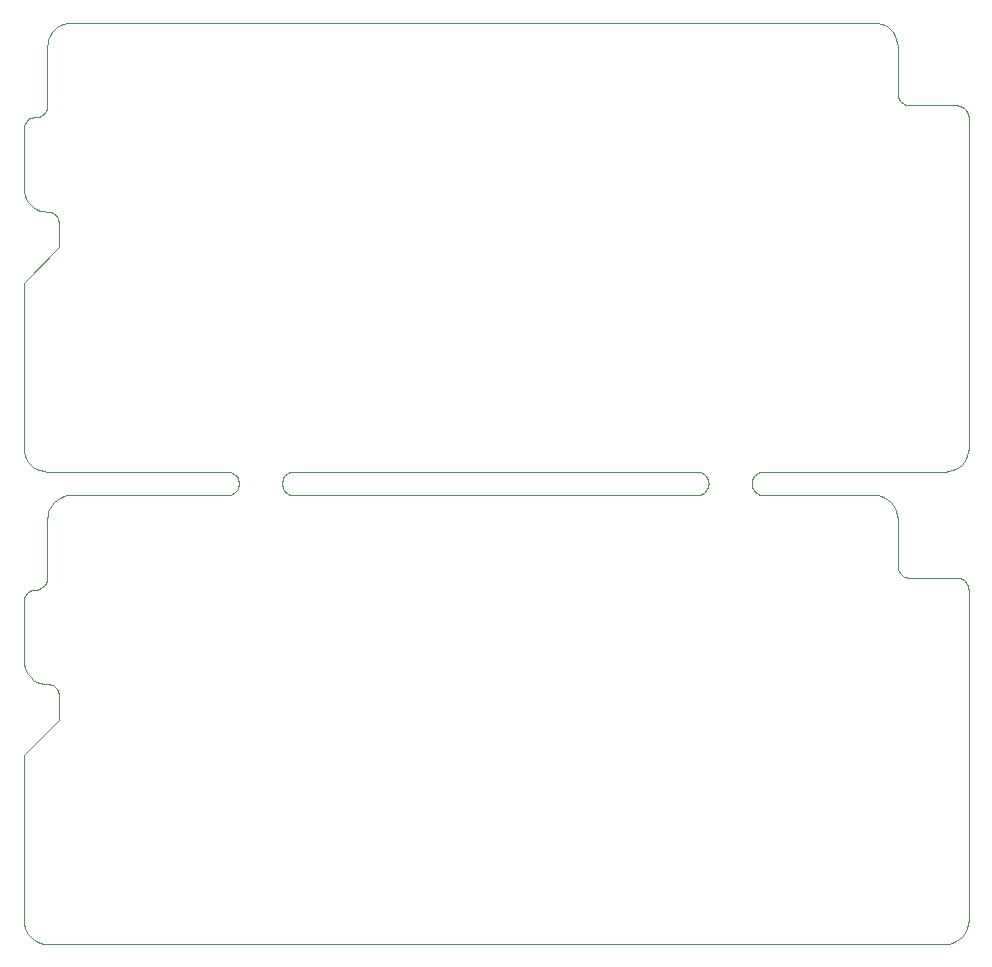
<source format=gko>
%MOIN*%
%OFA0B0*%
%FSLAX44Y44*%
%IPPOS*%
%LPD*%
%ADD10C,0*%
D10*
X00009007Y00014960D02*
X00009007Y00014960D01*
X00008946Y00014965D01*
X00008886Y00014979D01*
X00008829Y00015003D01*
X00008776Y00015035D01*
X00008729Y00015075D01*
X00008689Y00015122D01*
X00008657Y00015175D01*
X00008633Y00015232D01*
X00008618Y00015292D01*
X00008613Y00015353D01*
X00008618Y00015415D01*
X00008633Y00015475D01*
X00008656Y00015532D01*
X00008688Y00015585D01*
X00008728Y00015632D01*
X00008775Y00015672D01*
X00008828Y00015704D01*
X00008885Y00015728D01*
X00008944Y00015743D01*
X00009006Y00015748D01*
X00009007Y00015748D01*
X00009007Y00015748D01*
X00009007Y00015748D01*
X00009007Y00015748D01*
X00009007Y00015748D01*
X00009007Y00015748D01*
X00009007Y00015748D01*
X00009007Y00015748D01*
X00009007Y00015748D01*
X00009008Y00015748D01*
X00009008Y00015748D01*
X00009008Y00015748D01*
X00009008Y00015748D01*
X00009008Y00015748D01*
X00009008Y00015748D01*
X00009008Y00015748D01*
X00009008Y00015748D01*
X00009008Y00015748D01*
X00009008Y00015748D01*
X00009008Y00015748D01*
X00009008Y00015748D01*
X00022439Y00015748D01*
X00022439Y00015748D01*
X00022439Y00015748D01*
X00022439Y00015748D01*
X00022439Y00015748D01*
X00022440Y00015748D01*
X00022440Y00015748D01*
X00022440Y00015748D01*
X00022440Y00015748D01*
X00022440Y00015748D01*
X00022440Y00015748D01*
X00022440Y00015748D01*
X00022440Y00015748D01*
X00022440Y00015748D01*
X00022440Y00015748D01*
X00022440Y00015748D01*
X00022440Y00015748D01*
X00022440Y00015748D01*
X00022440Y00015748D01*
X00022440Y00015748D01*
X00022440Y00015748D01*
X00022441Y00015748D01*
X00022503Y00015743D01*
X00022563Y00015728D01*
X00022620Y00015704D01*
X00022672Y00015672D01*
X00022719Y00015632D01*
X00022759Y00015585D01*
X00022791Y00015532D01*
X00022815Y00015475D01*
X00022829Y00015415D01*
X00022834Y00015353D01*
X00022829Y00015292D01*
X00022814Y00015232D01*
X00022791Y00015175D01*
X00022759Y00015122D01*
X00022718Y00015075D01*
X00022671Y00015035D01*
X00022619Y00015003D01*
X00022562Y00014979D01*
X00022502Y00014965D01*
X00022440Y00014960D01*
X00009007Y00014960D01*
X00006780Y00015748D02*
X00006780Y00015748D01*
X00006780Y00015748D01*
X00006780Y00015748D01*
X00006780Y00015748D01*
X00006780Y00015748D01*
X00006780Y00015748D01*
X00006780Y00015748D01*
X00006780Y00015748D01*
X00006781Y00015748D01*
X00006781Y00015748D01*
X00006781Y00015748D01*
X00006781Y00015748D01*
X00006781Y00015748D01*
X00006781Y00015748D01*
X00006781Y00015748D01*
X00006781Y00015748D01*
X00006781Y00015748D01*
X00006781Y00015748D01*
X00006781Y00015748D01*
X00006781Y00015748D01*
X00006781Y00015748D01*
X00006782Y00015748D01*
X00006844Y00015743D01*
X00006904Y00015728D01*
X00006961Y00015704D01*
X00007013Y00015672D01*
X00007060Y00015632D01*
X00007100Y00015585D01*
X00007132Y00015532D01*
X00007156Y00015475D01*
X00007170Y00015415D01*
X00007175Y00015353D01*
X00007170Y00015292D01*
X00007155Y00015232D01*
X00007132Y00015175D01*
X00007099Y00015122D01*
X00007059Y00015075D01*
X00007012Y00015035D01*
X00006960Y00015003D01*
X00006903Y00014979D01*
X00006843Y00014965D01*
X00006781Y00014960D01*
X00001574Y00014960D01*
X00001451Y00014950D01*
X00001331Y00014922D01*
X00001217Y00014874D01*
X00001111Y00014810D01*
X00001018Y00014730D01*
X00000937Y00014636D01*
X00000873Y00014530D01*
X00000825Y00014416D01*
X00000797Y00014296D01*
X00000787Y00014173D01*
X00000787Y00012204D01*
X00000782Y00012143D01*
X00000768Y00012083D01*
X00000744Y00012025D01*
X00000712Y00011973D01*
X00000672Y00011926D01*
X00000625Y00011886D01*
X00000572Y00011853D01*
X00000515Y00011830D01*
X00000455Y00011815D01*
X00000393Y00011811D01*
X00000332Y00011806D01*
X00000272Y00011791D01*
X00000214Y00011768D01*
X00000162Y00011735D01*
X00000115Y00011695D01*
X00000075Y00011648D01*
X00000042Y00011596D01*
X00000019Y00011538D01*
X00000004Y00011478D01*
X00000000Y00011417D01*
X00000000Y00009448D01*
X00000009Y00009325D01*
X00000038Y00009205D01*
X00000085Y00009091D01*
X00000150Y00008985D01*
X00000230Y00008892D01*
X00000324Y00008811D01*
X00000429Y00008747D01*
X00000544Y00008699D01*
X00000664Y00008671D01*
X00000787Y00008661D01*
X00000848Y00008656D01*
X00000909Y00008642D01*
X00000966Y00008618D01*
X00001018Y00008586D01*
X00001065Y00008546D01*
X00001105Y00008499D01*
X00001138Y00008446D01*
X00001161Y00008389D01*
X00001176Y00008329D01*
X00001181Y00008267D01*
X00001181Y00007480D01*
X00000000Y00006299D01*
X00000000Y00000787D01*
X00000009Y00000664D01*
X00000038Y00000544D01*
X00000085Y00000429D01*
X00000150Y00000324D01*
X00000230Y00000230D01*
X00000324Y00000150D01*
X00000429Y00000085D01*
X00000544Y00000038D01*
X00000664Y00000009D01*
X00000787Y00000000D01*
X00030708Y00000000D01*
X00030831Y00000009D01*
X00030951Y00000038D01*
X00031066Y00000085D01*
X00031171Y00000150D01*
X00031265Y00000230D01*
X00031345Y00000324D01*
X00031410Y00000429D01*
X00031457Y00000544D01*
X00031486Y00000664D01*
X00031496Y00000787D01*
X00031496Y00011811D01*
X00031491Y00011872D01*
X00031476Y00011932D01*
X00031453Y00011989D01*
X00031420Y00012042D01*
X00031380Y00012089D01*
X00031333Y00012129D01*
X00031281Y00012161D01*
X00031224Y00012185D01*
X00031163Y00012199D01*
X00031102Y00012204D01*
X00029527Y00012204D01*
X00029465Y00012209D01*
X00029405Y00012223D01*
X00029348Y00012247D01*
X00029296Y00012279D01*
X00029249Y00012320D01*
X00029209Y00012367D01*
X00029176Y00012419D01*
X00029153Y00012476D01*
X00029138Y00012536D01*
X00029133Y00012598D01*
X00029133Y00014173D01*
X00029124Y00014296D01*
X00029095Y00014416D01*
X00029048Y00014530D01*
X00028983Y00014636D01*
X00028903Y00014730D01*
X00028809Y00014810D01*
X00028703Y00014874D01*
X00028589Y00014922D01*
X00028469Y00014950D01*
X00028346Y00014960D01*
X00024666Y00014960D01*
X00024605Y00014965D01*
X00024545Y00014979D01*
X00024488Y00015003D01*
X00024435Y00015035D01*
X00024388Y00015075D01*
X00024348Y00015122D01*
X00024316Y00015175D01*
X00024292Y00015232D01*
X00024278Y00015292D01*
X00024273Y00015353D01*
X00024277Y00015415D01*
X00024292Y00015475D01*
X00024315Y00015532D01*
X00024347Y00015585D01*
X00024387Y00015632D01*
X00024434Y00015672D01*
X00024487Y00015704D01*
X00024544Y00015728D01*
X00024604Y00015743D01*
X00024665Y00015748D01*
X00024666Y00015748D01*
X00024666Y00015748D01*
X00024666Y00015748D01*
X00024666Y00015748D01*
X00024666Y00015748D01*
X00024666Y00015748D01*
X00024666Y00015748D01*
X00024667Y00015748D01*
X00024667Y00015748D01*
X00024667Y00015748D01*
X00024667Y00015748D01*
X00024667Y00015748D01*
X00024667Y00015748D01*
X00024667Y00015748D01*
X00024667Y00015748D01*
X00024667Y00015748D01*
X00024667Y00015748D01*
X00024667Y00015748D01*
X00024667Y00015748D01*
X00024667Y00015748D01*
X00024667Y00015748D01*
X00030708Y00015748D01*
X00030831Y00015757D01*
X00030951Y00015786D01*
X00031066Y00015833D01*
X00031171Y00015898D01*
X00031265Y00015978D01*
X00031345Y00016072D01*
X00031410Y00016177D01*
X00031457Y00016292D01*
X00031486Y00016412D01*
X00031496Y00016535D01*
X00031496Y00027559D01*
X00031491Y00027620D01*
X00031476Y00027680D01*
X00031453Y00027737D01*
X00031420Y00027790D01*
X00031380Y00027837D01*
X00031333Y00027877D01*
X00031281Y00027909D01*
X00031224Y00027933D01*
X00031163Y00027947D01*
X00031102Y00027952D01*
X00029527Y00027952D01*
X00029465Y00027957D01*
X00029405Y00027972D01*
X00029348Y00027995D01*
X00029296Y00028027D01*
X00029249Y00028068D01*
X00029209Y00028115D01*
X00029176Y00028167D01*
X00029153Y00028224D01*
X00029138Y00028284D01*
X00029133Y00028346D01*
X00029133Y00029921D01*
X00029124Y00030044D01*
X00029095Y00030164D01*
X00029048Y00030278D01*
X00028983Y00030384D01*
X00028903Y00030478D01*
X00028809Y00030558D01*
X00028703Y00030622D01*
X00028589Y00030670D01*
X00028469Y00030698D01*
X00028346Y00030708D01*
X00001574Y00030708D01*
X00001451Y00030698D01*
X00001331Y00030670D01*
X00001217Y00030622D01*
X00001111Y00030558D01*
X00001018Y00030478D01*
X00000937Y00030384D01*
X00000873Y00030278D01*
X00000825Y00030164D01*
X00000797Y00030044D01*
X00000787Y00029921D01*
X00000787Y00027952D01*
X00000782Y00027891D01*
X00000768Y00027831D01*
X00000744Y00027774D01*
X00000712Y00027721D01*
X00000672Y00027674D01*
X00000625Y00027634D01*
X00000572Y00027601D01*
X00000515Y00027578D01*
X00000455Y00027563D01*
X00000393Y00027559D01*
X00000332Y00027554D01*
X00000272Y00027539D01*
X00000214Y00027516D01*
X00000162Y00027483D01*
X00000115Y00027443D01*
X00000075Y00027396D01*
X00000042Y00027344D01*
X00000019Y00027287D01*
X00000004Y00027226D01*
X00000000Y00027165D01*
X00000000Y00025196D01*
X00000009Y00025073D01*
X00000038Y00024953D01*
X00000085Y00024839D01*
X00000150Y00024734D01*
X00000230Y00024640D01*
X00000324Y00024559D01*
X00000429Y00024495D01*
X00000544Y00024447D01*
X00000664Y00024419D01*
X00000787Y00024409D01*
X00000848Y00024404D01*
X00000909Y00024390D01*
X00000966Y00024366D01*
X00001018Y00024334D01*
X00001065Y00024294D01*
X00001105Y00024247D01*
X00001138Y00024194D01*
X00001161Y00024137D01*
X00001176Y00024077D01*
X00001181Y00024015D01*
X00001181Y00023228D01*
X00000000Y00022047D01*
X00000000Y00016535D01*
X00000009Y00016412D01*
X00000038Y00016292D01*
X00000085Y00016177D01*
X00000150Y00016072D01*
X00000230Y00015978D01*
X00000324Y00015898D01*
X00000429Y00015833D01*
X00000544Y00015786D01*
X00000664Y00015757D01*
X00000787Y00015748D01*
X00006780Y00015748D01*
M02*
</source>
